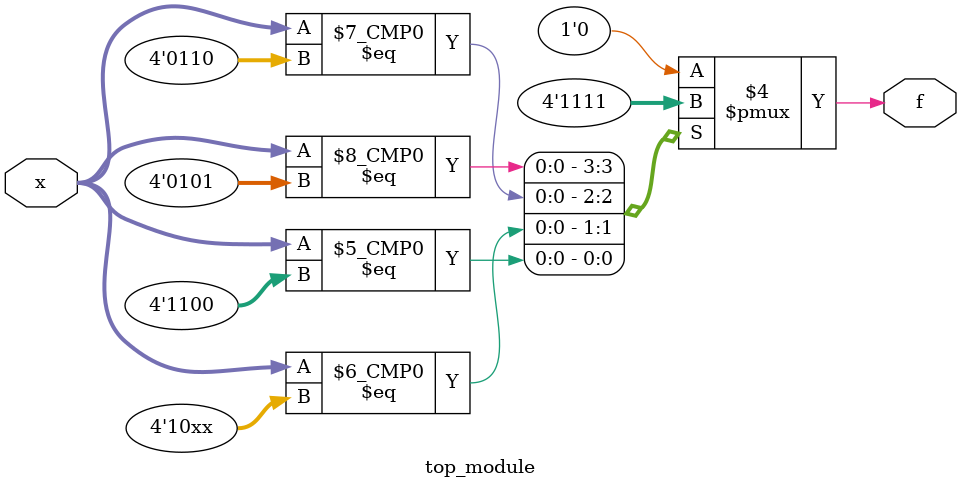
<source format=sv>
module top_module (
	input [4:1] x,
	output logic f
);
	always_comb begin
		case (x)
			4'b00x0: f = 1'b0;
			4'b00x1: f = 1'b0;
			4'b0100: f = 1'b0;
			4'b0101: f = 1'b1;
			4'b0110: f = 1'b1;
			4'b0111: f = 1'b0;
			4'b10xx: f = 1'b1;
			4'b1100: f = 1'b1;
			4'b1101: f = 1'b0;
			default: f = 1'b0;
		endcase
	end
endmodule

</source>
